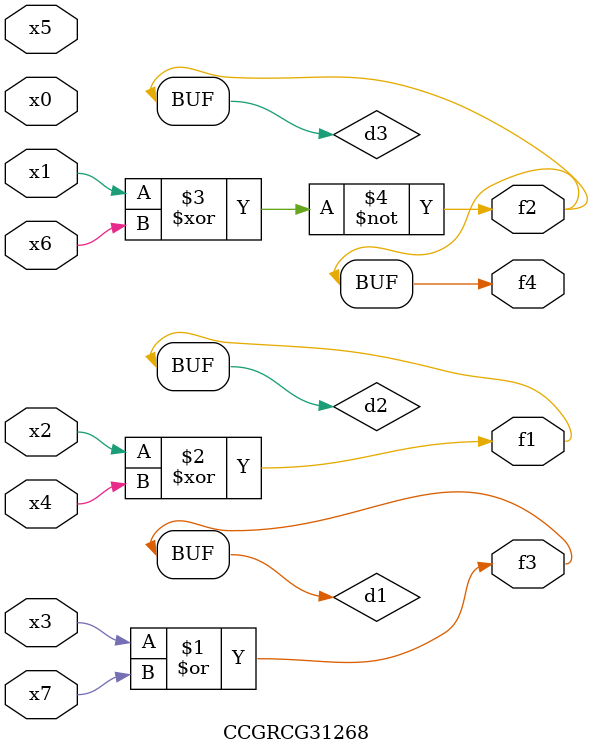
<source format=v>
module CCGRCG31268(
	input x0, x1, x2, x3, x4, x5, x6, x7,
	output f1, f2, f3, f4
);

	wire d1, d2, d3;

	or (d1, x3, x7);
	xor (d2, x2, x4);
	xnor (d3, x1, x6);
	assign f1 = d2;
	assign f2 = d3;
	assign f3 = d1;
	assign f4 = d3;
endmodule

</source>
